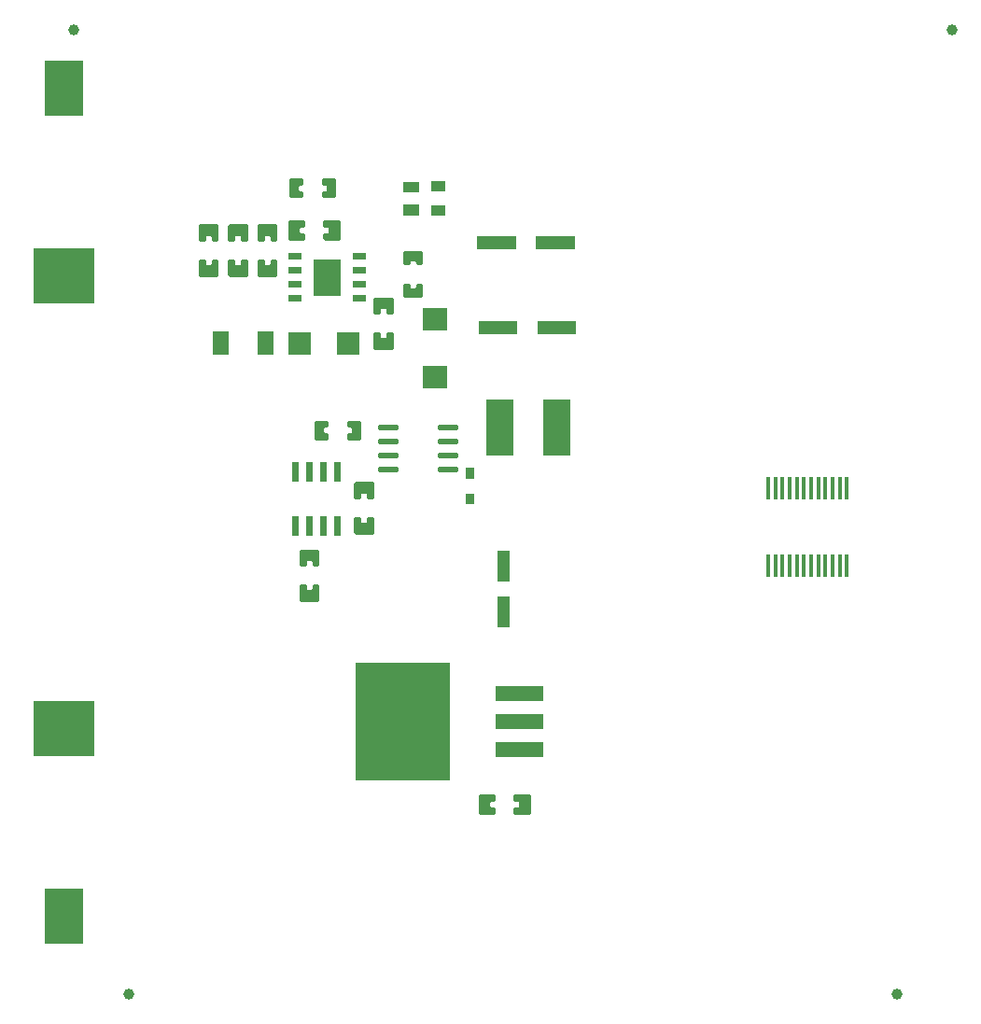
<source format=gtp>
G04 Layer: TopPasteMaskLayer*
G04 EasyEDA Pro v1.6.32, 2022-10-17 22:27:42*
G04 Gerber Generator version 0.3*
G04 Scale: 100 percent, Rotated: No, Reflected: No*
G04 Dimensions in millimeters*
G04 Leading zeros omitted, absolute positions, 4 integers and 2 decimals*
G04 Panelize: V-CUT, Column: 1, Row: 1, Board Size: 99.693mm x 90.043mm, Panelized Board Size: 99.693mm x 95.438mm, Panelized Method: Only Board Outline*
%FSLAX42Y42*%
%MOMM*%
%ADD10C,1.000001*%
%ADD11C,0.00508*%
%ADD12O,0.364007X2.082013*%
%ADD13O,1.88722X0.57404*%
G75*


G04 Panelize Start*
G54D10*
G01X-4639Y-130D03*
G01X3330Y-130D03*
G01X-4139Y-8874D03*
G01X2830Y-8874D03*
G04 Panelize End*

G04 PolygonModel Start*
G36*
G01X-1487Y-2257D02*
G01X-1523Y-2257D01*
G01X-1533Y-2247D01*
G01Y-2226D01*
G01X-1543Y-2216D01*
G01X-1581D01*
G01X-1591Y-2226D01*
G01Y-2247D01*
G01X-1601Y-2257D01*
G01X-1637D01*
G01X-1647Y-2247D01*
G01Y-2147D01*
G01X-1637Y-2137D01*
G01X-1487D01*
G01X-1477Y-2147D01*
G01Y-2247D01*
G01X-1487Y-2257D01*
G37*
G54D11*
G01X-1487Y-2257D02*
G01X-1523Y-2257D01*
G01X-1533Y-2247D01*
G01Y-2226D01*
G01X-1543Y-2216D01*
G01X-1581D01*
G01X-1591Y-2226D01*
G01Y-2247D01*
G01X-1601Y-2257D01*
G01X-1637D01*
G01X-1647Y-2247D01*
G01Y-2147D01*
G01X-1637Y-2137D01*
G01X-1487D01*
G01X-1477Y-2147D01*
G01Y-2247D01*
G01X-1487Y-2257D01*
G36*
G01X-1487Y-2432D02*
G01X-1523Y-2432D01*
G01X-1533Y-2442D01*
G01Y-2464D01*
G01X-1543Y-2474D01*
G01X-1581D01*
G01X-1591Y-2464D01*
G01Y-2442D01*
G01X-1601Y-2432D01*
G01X-1637D01*
G01X-1647Y-2442D01*
G01Y-2543D01*
G01X-1637Y-2553D01*
G01X-1487D01*
G01X-1477Y-2543D01*
G01Y-2442D01*
G01X-1487Y-2432D01*
G37*
G01X-1487Y-2432D02*
G01X-1523Y-2432D01*
G01X-1533Y-2442D01*
G01Y-2464D01*
G01X-1543Y-2474D01*
G01X-1581D01*
G01X-1591Y-2464D01*
G01Y-2442D01*
G01X-1601Y-2432D01*
G01X-1637D01*
G01X-1647Y-2442D01*
G01Y-2543D01*
G01X-1637Y-2553D01*
G01X-1487D01*
G01X-1477Y-2543D01*
G01Y-2442D01*
G01X-1487Y-2432D01*
G36*
G01X-1752Y-2703D02*
G01X-1789Y-2703D01*
G01X-1799Y-2693D01*
G01Y-2663D01*
G01X-1809Y-2653D01*
G01X-1848D01*
G01X-1858Y-2663D01*
G01Y-2693D01*
G01X-1868Y-2703D01*
G01X-1905D01*
G01X-1915Y-2693D01*
G01Y-2565D01*
G01X-1905Y-2555D01*
G01X-1752D01*
G01X-1742Y-2565D01*
G01Y-2693D01*
G01X-1752Y-2703D01*
G37*
G01X-1752Y-2703D02*
G01X-1789Y-2703D01*
G01X-1799Y-2693D01*
G01Y-2663D01*
G01X-1809Y-2653D01*
G01X-1848D01*
G01X-1858Y-2663D01*
G01Y-2693D01*
G01X-1868Y-2703D01*
G01X-1905D01*
G01X-1915Y-2693D01*
G01Y-2565D01*
G01X-1905Y-2555D01*
G01X-1752D01*
G01X-1742Y-2565D01*
G01Y-2693D01*
G01X-1752Y-2703D01*
G36*
G01X-1752Y-2873D02*
G01X-1789Y-2873D01*
G01X-1799Y-2883D01*
G01Y-2914D01*
G01X-1809Y-2924D01*
G01X-1848D01*
G01X-1858Y-2914D01*
G01Y-2883D01*
G01X-1868Y-2873D01*
G01X-1905D01*
G01X-1915Y-2883D01*
G01Y-3012D01*
G01X-1905Y-3022D01*
G01X-1752D01*
G01X-1742Y-3012D01*
G01Y-2883D01*
G01X-1752Y-2873D01*
G37*
G01X-1752Y-2873D02*
G01X-1789Y-2873D01*
G01X-1799Y-2883D01*
G01Y-2914D01*
G01X-1809Y-2924D01*
G01X-1848D01*
G01X-1858Y-2914D01*
G01Y-2883D01*
G01X-1868Y-2873D01*
G01X-1905D01*
G01X-1915Y-2883D01*
G01Y-3012D01*
G01X-1905Y-3022D01*
G01X-1752D01*
G01X-1742Y-3012D01*
G01Y-2883D01*
G01X-1752Y-2873D01*
G36*
G01X-2959Y-2212D02*
G01X-2922Y-2212D01*
G01X-2912Y-2222D01*
G01Y-2252D01*
G01X-2902Y-2262D01*
G01X-2864D01*
G01X-2854Y-2252D01*
G01Y-2222D01*
G01X-2844Y-2212D01*
G01X-2806D01*
G01X-2796Y-2222D01*
G01Y-2350D01*
G01X-2806Y-2360D01*
G01X-2959D01*
G01X-2969Y-2350D01*
G01Y-2222D01*
G01X-2959Y-2212D01*
G37*
G01X-2959Y-2212D02*
G01X-2922Y-2212D01*
G01X-2912Y-2222D01*
G01Y-2252D01*
G01X-2902Y-2262D01*
G01X-2864D01*
G01X-2854Y-2252D01*
G01Y-2222D01*
G01X-2844Y-2212D01*
G01X-2806D01*
G01X-2796Y-2222D01*
G01Y-2350D01*
G01X-2806Y-2360D01*
G01X-2959D01*
G01X-2969Y-2350D01*
G01Y-2222D01*
G01X-2959Y-2212D01*
G36*
G01X-2959Y-2042D02*
G01X-2922Y-2042D01*
G01X-2912Y-2032D01*
G01Y-2001D01*
G01X-2902Y-1991D01*
G01X-2864D01*
G01X-2854Y-2001D01*
G01Y-2032D01*
G01X-2844Y-2042D01*
G01X-2806D01*
G01X-2796Y-2032D01*
G01Y-1903D01*
G01X-2806Y-1893D01*
G01X-2959D01*
G01X-2969Y-1903D01*
G01Y-2032D01*
G01X-2959Y-2042D01*
G37*
G01X-2959Y-2042D02*
G01X-2922Y-2042D01*
G01X-2912Y-2032D01*
G01Y-2001D01*
G01X-2902Y-1991D01*
G01X-2864D01*
G01X-2854Y-2001D01*
G01Y-2032D01*
G01X-2844Y-2042D01*
G01X-2806D01*
G01X-2796Y-2032D01*
G01Y-1903D01*
G01X-2806Y-1893D01*
G01X-2959D01*
G01X-2969Y-1903D01*
G01Y-2032D01*
G01X-2959Y-2042D01*
G36*
G01X-2542Y-1867D02*
G01X-2542Y-1904D01*
G01X-2552Y-1914D01*
G01X-2582D01*
G01X-2592Y-1924D01*
G01Y-1962D01*
G01X-2582Y-1972D01*
G01X-2552D01*
G01X-2542Y-1982D01*
G01Y-2020D01*
G01X-2552Y-2030D01*
G01X-2680D01*
G01X-2690Y-2020D01*
G01Y-1867D01*
G01X-2680Y-1857D01*
G01X-2552D01*
G01X-2542Y-1867D01*
G37*
G01X-2542Y-1867D02*
G01X-2542Y-1904D01*
G01X-2552Y-1914D01*
G01X-2582D01*
G01X-2592Y-1924D01*
G01Y-1962D01*
G01X-2582Y-1972D01*
G01X-2552D01*
G01X-2542Y-1982D01*
G01Y-2020D01*
G01X-2552Y-2030D01*
G01X-2680D01*
G01X-2690Y-2020D01*
G01Y-1867D01*
G01X-2680Y-1857D01*
G01X-2552D01*
G01X-2542Y-1867D01*
G36*
G01X-2372Y-1867D02*
G01X-2372Y-1904D01*
G01X-2362Y-1914D01*
G01X-2331D01*
G01X-2321Y-1924D01*
G01Y-1962D01*
G01X-2331Y-1972D01*
G01X-2362D01*
G01X-2372Y-1982D01*
G01Y-2020D01*
G01X-2362Y-2030D01*
G01X-2233D01*
G01X-2223Y-2020D01*
G01Y-1867D01*
G01X-2233Y-1857D01*
G01X-2362D01*
G01X-2372Y-1867D01*
G37*
G01X-2372Y-1867D02*
G01X-2372Y-1904D01*
G01X-2362Y-1914D01*
G01X-2331D01*
G01X-2321Y-1924D01*
G01Y-1962D01*
G01X-2331Y-1972D01*
G01X-2362D01*
G01X-2372Y-1982D01*
G01Y-2020D01*
G01X-2362Y-2030D01*
G01X-2233D01*
G01X-2223Y-2020D01*
G01Y-1867D01*
G01X-2233Y-1857D01*
G01X-2362D01*
G01X-2372Y-1867D01*
G36*
G01X-3493Y-2212D02*
G01X-3456Y-2212D01*
G01X-3446Y-2222D01*
G01Y-2252D01*
G01X-3436Y-2262D01*
G01X-3397D01*
G01X-3387Y-2252D01*
G01Y-2222D01*
G01X-3377Y-2212D01*
G01X-3340D01*
G01X-3330Y-2222D01*
G01Y-2350D01*
G01X-3340Y-2360D01*
G01X-3493D01*
G01X-3503Y-2350D01*
G01Y-2222D01*
G01X-3493Y-2212D01*
G37*
G01X-3493Y-2212D02*
G01X-3456Y-2212D01*
G01X-3446Y-2222D01*
G01Y-2252D01*
G01X-3436Y-2262D01*
G01X-3397D01*
G01X-3387Y-2252D01*
G01Y-2222D01*
G01X-3377Y-2212D01*
G01X-3340D01*
G01X-3330Y-2222D01*
G01Y-2350D01*
G01X-3340Y-2360D01*
G01X-3493D01*
G01X-3503Y-2350D01*
G01Y-2222D01*
G01X-3493Y-2212D01*
G36*
G01X-3493Y-2042D02*
G01X-3456Y-2042D01*
G01X-3446Y-2032D01*
G01Y-2001D01*
G01X-3436Y-1991D01*
G01X-3397D01*
G01X-3387Y-2001D01*
G01Y-2032D01*
G01X-3377Y-2042D01*
G01X-3340D01*
G01X-3330Y-2032D01*
G01Y-1903D01*
G01X-3340Y-1893D01*
G01X-3493D01*
G01X-3503Y-1903D01*
G01Y-2032D01*
G01X-3493Y-2042D01*
G37*
G01X-3493Y-2042D02*
G01X-3456Y-2042D01*
G01X-3446Y-2032D01*
G01Y-2001D01*
G01X-3436Y-1991D01*
G01X-3397D01*
G01X-3387Y-2001D01*
G01Y-2032D01*
G01X-3377Y-2042D01*
G01X-3340D01*
G01X-3330Y-2032D01*
G01Y-1903D01*
G01X-3340Y-1893D01*
G01X-3493D01*
G01X-3503Y-1903D01*
G01Y-2032D01*
G01X-3493Y-2042D01*
G36*
G01X-3226Y-2212D02*
G01X-3189Y-2212D01*
G01X-3179Y-2222D01*
G01Y-2252D01*
G01X-3169Y-2262D01*
G01X-3130D01*
G01X-3120Y-2252D01*
G01Y-2222D01*
G01X-3110Y-2212D01*
G01X-3073D01*
G01X-3063Y-2222D01*
G01Y-2350D01*
G01X-3073Y-2360D01*
G01X-3226D01*
G01X-3236Y-2350D01*
G01Y-2222D01*
G01X-3226Y-2212D01*
G37*
G01X-3226Y-2212D02*
G01X-3189Y-2212D01*
G01X-3179Y-2222D01*
G01Y-2252D01*
G01X-3169Y-2262D01*
G01X-3130D01*
G01X-3120Y-2252D01*
G01Y-2222D01*
G01X-3110Y-2212D01*
G01X-3073D01*
G01X-3063Y-2222D01*
G01Y-2350D01*
G01X-3073Y-2360D01*
G01X-3226D01*
G01X-3236Y-2350D01*
G01Y-2222D01*
G01X-3226Y-2212D01*
G36*
G01X-3226Y-2042D02*
G01X-3189Y-2042D01*
G01X-3179Y-2032D01*
G01Y-2001D01*
G01X-3169Y-1991D01*
G01X-3130D01*
G01X-3120Y-2001D01*
G01Y-2032D01*
G01X-3110Y-2042D01*
G01X-3073D01*
G01X-3063Y-2032D01*
G01Y-1903D01*
G01X-3073Y-1893D01*
G01X-3226D01*
G01X-3236Y-1903D01*
G01Y-2032D01*
G01X-3226Y-2042D01*
G37*
G01X-3226Y-2042D02*
G01X-3189Y-2042D01*
G01X-3179Y-2032D01*
G01Y-2001D01*
G01X-3169Y-1991D01*
G01X-3130D01*
G01X-3120Y-2001D01*
G01Y-2032D01*
G01X-3110Y-2042D01*
G01X-3073D01*
G01X-3063Y-2032D01*
G01Y-1903D01*
G01X-3073Y-1893D01*
G01X-3226D01*
G01X-3236Y-1903D01*
G01Y-2032D01*
G01X-3226Y-2042D01*
G36*
G01X-2559Y-1487D02*
G01X-2559Y-1523D01*
G01X-2569Y-1533D01*
G01X-2591D01*
G01X-2601Y-1543D01*
G01Y-1581D01*
G01X-2591Y-1591D01*
G01X-2569D01*
G01X-2559Y-1601D01*
G01Y-1637D01*
G01X-2569Y-1647D01*
G01X-2670D01*
G01X-2680Y-1637D01*
G01Y-1487D01*
G01X-2670Y-1477D01*
G01X-2569D01*
G01X-2559Y-1487D01*
G37*
G01X-2559Y-1487D02*
G01X-2559Y-1523D01*
G01X-2569Y-1533D01*
G01X-2591D01*
G01X-2601Y-1543D01*
G01Y-1581D01*
G01X-2591Y-1591D01*
G01X-2569D01*
G01X-2559Y-1601D01*
G01Y-1637D01*
G01X-2569Y-1647D01*
G01X-2670D01*
G01X-2680Y-1637D01*
G01Y-1487D01*
G01X-2670Y-1477D01*
G01X-2569D01*
G01X-2559Y-1487D01*
G36*
G01X-2384Y-1487D02*
G01X-2384Y-1523D01*
G01X-2374Y-1533D01*
G01X-2353D01*
G01X-2343Y-1543D01*
G01Y-1581D01*
G01X-2353Y-1591D01*
G01X-2374D01*
G01X-2384Y-1601D01*
G01Y-1637D01*
G01X-2374Y-1647D01*
G01X-2274D01*
G01X-2264Y-1637D01*
G01Y-1487D01*
G01X-2274Y-1477D01*
G01X-2374D01*
G01X-2384Y-1487D01*
G37*
G01X-2384Y-1487D02*
G01X-2384Y-1523D01*
G01X-2374Y-1533D01*
G01X-2353D01*
G01X-2343Y-1543D01*
G01Y-1581D01*
G01X-2353Y-1591D01*
G01X-2374D01*
G01X-2384Y-1601D01*
G01Y-1637D01*
G01X-2374Y-1647D01*
G01X-2274D01*
G01X-2264Y-1637D01*
G01Y-1487D01*
G01X-2274Y-1477D01*
G01X-2374D01*
G01X-2384Y-1487D01*
G36*
G01X-816Y-7074D02*
G01X-816Y-7111D01*
G01X-826Y-7121D01*
G01X-856D01*
G01X-866Y-7131D01*
G01Y-7169D01*
G01X-856Y-7179D01*
G01X-826D01*
G01X-816Y-7189D01*
G01Y-7227D01*
G01X-826Y-7237D01*
G01X-954D01*
G01X-964Y-7227D01*
G01Y-7074D01*
G01X-954Y-7064D01*
G01X-826D01*
G01X-816Y-7074D01*
G37*
G01X-816Y-7074D02*
G01X-816Y-7111D01*
G01X-826Y-7121D01*
G01X-856D01*
G01X-866Y-7131D01*
G01Y-7169D01*
G01X-856Y-7179D01*
G01X-826D01*
G01X-816Y-7189D01*
G01Y-7227D01*
G01X-826Y-7237D01*
G01X-954D01*
G01X-964Y-7227D01*
G01Y-7074D01*
G01X-954Y-7064D01*
G01X-826D01*
G01X-816Y-7074D01*
G36*
G01X-646Y-7074D02*
G01X-646Y-7111D01*
G01X-636Y-7121D01*
G01X-605D01*
G01X-595Y-7131D01*
G01Y-7169D01*
G01X-605Y-7179D01*
G01X-636D01*
G01X-646Y-7189D01*
G01Y-7227D01*
G01X-636Y-7237D01*
G01X-507D01*
G01X-497Y-7227D01*
G01Y-7074D01*
G01X-507Y-7064D01*
G01X-636D01*
G01X-646Y-7074D01*
G37*
G01X-646Y-7074D02*
G01X-646Y-7111D01*
G01X-636Y-7121D01*
G01X-605D01*
G01X-595Y-7131D01*
G01Y-7169D01*
G01X-605Y-7179D01*
G01X-636D01*
G01X-646Y-7189D01*
G01Y-7227D01*
G01X-636Y-7237D01*
G01X-507D01*
G01X-497Y-7227D01*
G01Y-7074D01*
G01X-507Y-7064D01*
G01X-636D01*
G01X-646Y-7074D01*
G36*
G01X-2331Y-3684D02*
G01X-2331Y-3720D01*
G01X-2341Y-3730D01*
G01X-2362D01*
G01X-2372Y-3740D01*
G01Y-3778D01*
G01X-2362Y-3788D01*
G01X-2341D01*
G01X-2331Y-3798D01*
G01Y-3834D01*
G01X-2341Y-3844D01*
G01X-2442D01*
G01X-2452Y-3834D01*
G01Y-3684D01*
G01X-2442Y-3674D01*
G01X-2341D01*
G01X-2331Y-3684D01*
G37*
G01X-2331Y-3684D02*
G01X-2331Y-3720D01*
G01X-2341Y-3730D01*
G01X-2362D01*
G01X-2372Y-3740D01*
G01Y-3778D01*
G01X-2362Y-3788D01*
G01X-2341D01*
G01X-2331Y-3798D01*
G01Y-3834D01*
G01X-2341Y-3844D01*
G01X-2442D01*
G01X-2452Y-3834D01*
G01Y-3684D01*
G01X-2442Y-3674D01*
G01X-2341D01*
G01X-2331Y-3684D01*
G36*
G01X-2156Y-3684D02*
G01X-2156Y-3720D01*
G01X-2146Y-3730D01*
G01X-2125D01*
G01X-2115Y-3740D01*
G01Y-3778D01*
G01X-2125Y-3788D01*
G01X-2146D01*
G01X-2156Y-3798D01*
G01Y-3834D01*
G01X-2146Y-3844D01*
G01X-2045D01*
G01X-2035Y-3834D01*
G01Y-3684D01*
G01X-2045Y-3674D01*
G01X-2146D01*
G01X-2156Y-3684D01*
G37*
G01X-2156Y-3684D02*
G01X-2156Y-3720D01*
G01X-2146Y-3730D01*
G01X-2125D01*
G01X-2115Y-3740D01*
G01Y-3778D01*
G01X-2125Y-3788D01*
G01X-2146D01*
G01X-2156Y-3798D01*
G01Y-3834D01*
G01X-2146Y-3844D01*
G01X-2045D01*
G01X-2035Y-3834D01*
G01Y-3684D01*
G01X-2045Y-3674D01*
G01X-2146D01*
G01X-2156Y-3684D01*
G36*
G01X-1930Y-4379D02*
G01X-1967Y-4379D01*
G01X-1977Y-4369D01*
G01Y-4338D01*
G01X-1987Y-4328D01*
G01X-2026D01*
G01X-2036Y-4338D01*
G01Y-4369D01*
G01X-2046Y-4379D01*
G01X-2083D01*
G01X-2093Y-4369D01*
G01Y-4240D01*
G01X-2083Y-4230D01*
G01X-1930D01*
G01X-1920Y-4240D01*
G01Y-4369D01*
G01X-1930Y-4379D01*
G37*
G01X-1930Y-4379D02*
G01X-1967Y-4379D01*
G01X-1977Y-4369D01*
G01Y-4338D01*
G01X-1987Y-4328D01*
G01X-2026D01*
G01X-2036Y-4338D01*
G01Y-4369D01*
G01X-2046Y-4379D01*
G01X-2083D01*
G01X-2093Y-4369D01*
G01Y-4240D01*
G01X-2083Y-4230D01*
G01X-1930D01*
G01X-1920Y-4240D01*
G01Y-4369D01*
G01X-1930Y-4379D01*
G36*
G01X-1930Y-4549D02*
G01X-1967Y-4549D01*
G01X-1977Y-4559D01*
G01Y-4589D01*
G01X-1987Y-4599D01*
G01X-2026D01*
G01X-2036Y-4589D01*
G01Y-4559D01*
G01X-2046Y-4549D01*
G01X-2083D01*
G01X-2093Y-4559D01*
G01Y-4687D01*
G01X-2083Y-4697D01*
G01X-1930D01*
G01X-1920Y-4687D01*
G01Y-4559D01*
G01X-1930Y-4549D01*
G37*
G01X-1930Y-4549D02*
G01X-1967Y-4549D01*
G01X-1977Y-4559D01*
G01Y-4589D01*
G01X-1987Y-4599D01*
G01X-2026D01*
G01X-2036Y-4589D01*
G01Y-4559D01*
G01X-2046Y-4549D01*
G01X-2083D01*
G01X-2093Y-4559D01*
G01Y-4687D01*
G01X-2083Y-4697D01*
G01X-1930D01*
G01X-1920Y-4687D01*
G01Y-4559D01*
G01X-1930Y-4549D01*
G36*
G01X-2425Y-4989D02*
G01X-2463Y-4989D01*
G01X-2473Y-4979D01*
G01Y-4949D01*
G01X-2483Y-4939D01*
G01X-2521D01*
G01X-2531Y-4949D01*
G01Y-4979D01*
G01X-2541Y-4989D01*
G01X-2578D01*
G01X-2588Y-4979D01*
G01Y-4851D01*
G01X-2578Y-4841D01*
G01X-2425D01*
G01X-2415Y-4851D01*
G01Y-4979D01*
G01X-2425Y-4989D01*
G37*
G01X-2425Y-4989D02*
G01X-2463Y-4989D01*
G01X-2473Y-4979D01*
G01Y-4949D01*
G01X-2483Y-4939D01*
G01X-2521D01*
G01X-2531Y-4949D01*
G01Y-4979D01*
G01X-2541Y-4989D01*
G01X-2578D01*
G01X-2588Y-4979D01*
G01Y-4851D01*
G01X-2578Y-4841D01*
G01X-2425D01*
G01X-2415Y-4851D01*
G01Y-4979D01*
G01X-2425Y-4989D01*
G36*
G01X-2425Y-5159D02*
G01X-2463Y-5159D01*
G01X-2473Y-5169D01*
G01Y-5200D01*
G01X-2483Y-5210D01*
G01X-2521D01*
G01X-2531Y-5200D01*
G01Y-5169D01*
G01X-2541Y-5159D01*
G01X-2578D01*
G01X-2588Y-5169D01*
G01Y-5298D01*
G01X-2578Y-5308D01*
G01X-2425D01*
G01X-2415Y-5298D01*
G01Y-5169D01*
G01X-2425Y-5159D01*
G37*
G01X-2425Y-5159D02*
G01X-2463Y-5159D01*
G01X-2473Y-5169D01*
G01Y-5200D01*
G01X-2483Y-5210D01*
G01X-2521D01*
G01X-2531Y-5200D01*
G01Y-5169D01*
G01X-2541Y-5159D01*
G01X-2578D01*
G01X-2588Y-5169D01*
G01Y-5298D01*
G01X-2578Y-5308D01*
G01X-2425D01*
G01X-2415Y-5298D01*
G01Y-5169D01*
G01X-2425Y-5159D01*
G04 PolygonModel End*

G04 Pad Start*
G36*
G01X-376Y-6725D02*
G01X-376Y-6585D01*
G01X-806D01*
G01Y-6725D01*
G01X-376D01*
G37*
G36*
G01X-376Y-6217D02*
G01X-376Y-6077D01*
G01X-806D01*
G01Y-6217D01*
G01X-376D01*
G37*
G36*
G01X-1221Y-6936D02*
G01X-1221Y-5866D01*
G01X-2081D01*
G01Y-6936D01*
G01X-1221D01*
G37*
G36*
G01X-376Y-6471D02*
G01X-376Y-6331D01*
G01X-806D01*
G01Y-6471D01*
G01X-376D01*
G37*
G54D12*
G01X2377Y-4286D03*
G01X2312Y-4286D03*
G01X2247Y-4286D03*
G01X2182Y-4286D03*
G01X2117Y-4286D03*
G01X2052Y-4286D03*
G01X1987Y-4286D03*
G01X1922Y-4286D03*
G01X1857Y-4286D03*
G01X1792Y-4286D03*
G01X1727Y-4286D03*
G01X1662Y-4286D03*
G01X2377Y-4985D03*
G01X2312Y-4985D03*
G01X2247Y-4985D03*
G01X2182Y-4985D03*
G01X2117Y-4985D03*
G01X2052Y-4985D03*
G01X1987Y-4985D03*
G01X1922Y-4985D03*
G01X1857Y-4985D03*
G01X1792Y-4985D03*
G01X1727Y-4985D03*
G01X1662Y-4985D03*
G36*
G01X-2106Y-2595D02*
G01X-1986Y-2595D01*
G01Y-2535D01*
G01X-2106D01*
G01Y-2595D01*
G37*
G36*
G01X-2106Y-2468D02*
G01X-1986Y-2468D01*
G01Y-2408D01*
G01X-2106D01*
G01Y-2468D01*
G37*
G36*
G01X-2106Y-2341D02*
G01X-1986Y-2341D01*
G01Y-2281D01*
G01X-2106D01*
G01Y-2341D01*
G37*
G36*
G01X-2106Y-2214D02*
G01X-1986Y-2214D01*
G01Y-2154D01*
G01X-2106D01*
G01Y-2214D01*
G37*
G36*
G01X-2688Y-2214D02*
G01X-2568Y-2214D01*
G01Y-2154D01*
G01X-2688D01*
G01Y-2214D01*
G37*
G36*
G01X-2688Y-2341D02*
G01X-2568Y-2341D01*
G01Y-2281D01*
G01X-2688D01*
G01Y-2341D01*
G37*
G36*
G01X-2688Y-2468D02*
G01X-2568Y-2468D01*
G01Y-2408D01*
G01X-2688D01*
G01Y-2468D01*
G37*
G36*
G01X-2688Y-2595D02*
G01X-2568Y-2595D01*
G01Y-2535D01*
G01X-2688D01*
G01Y-2595D01*
G37*
G36*
G01X-2217Y-2210D02*
G01X-2457Y-2210D01*
G01Y-2540D01*
G01X-2217D01*
G01Y-2210D01*
G37*
G36*
G01X-2246Y-2872D02*
G01X-2246Y-3072D01*
G01X-2046D01*
G01Y-2872D01*
G01X-2246D01*
G37*
G36*
G01X-2686Y-2872D02*
G01X-2686Y-3072D01*
G01X-2486D01*
G01Y-2872D01*
G01X-2686D01*
G37*
G36*
G01X-2966Y-2866D02*
G01X-2966Y-3078D01*
G01X-2826D01*
G01Y-2866D01*
G01X-2966D01*
G37*
G36*
G01X-3371Y-2866D02*
G01X-3371Y-3078D01*
G01X-3232D01*
G01Y-2866D01*
G01X-3371D01*
G37*
G36*
G01X-1270Y-1496D02*
G01X-1395Y-1496D01*
G01Y-1596D01*
G01X-1270D01*
G01Y-1496D01*
G37*
G36*
G01X-1270Y-1716D02*
G01X-1395Y-1716D01*
G01Y-1816D01*
G01X-1270D01*
G01Y-1716D01*
G37*
G36*
G01X-1505Y-1505D02*
G01X-1645Y-1505D01*
G01Y-1605D01*
G01X-1505D01*
G01Y-1505D01*
G37*
G36*
G01X-1505Y-1715D02*
G01X-1645Y-1715D01*
G01Y-1815D01*
G01X-1505D01*
G01Y-1715D01*
G37*
G36*
G01X-2405Y-4540D02*
G01X-2405Y-4720D01*
G01X-2345D01*
G01Y-4540D01*
G01X-2405D01*
G37*
G36*
G01X-2278Y-4540D02*
G01X-2278Y-4720D01*
G01X-2218D01*
G01Y-4540D01*
G01X-2278D01*
G37*
G36*
G01X-2532Y-4540D02*
G01X-2532Y-4720D01*
G01X-2472D01*
G01Y-4540D01*
G01X-2532D01*
G37*
G36*
G01X-2659Y-4540D02*
G01X-2659Y-4720D01*
G01X-2599D01*
G01Y-4540D01*
G01X-2659D01*
G37*
G36*
G01X-2218Y-4230D02*
G01X-2218Y-4050D01*
G01X-2278D01*
G01Y-4230D01*
G01X-2218D01*
G37*
G36*
G01X-2345Y-4230D02*
G01X-2345Y-4050D01*
G01X-2405D01*
G01Y-4230D01*
G01X-2345D01*
G37*
G36*
G01X-2472Y-4230D02*
G01X-2472Y-4050D01*
G01X-2532D01*
G01Y-4230D01*
G01X-2472D01*
G37*
G36*
G01X-2599Y-4230D02*
G01X-2599Y-4050D01*
G01X-2659D01*
G01Y-4230D01*
G01X-2599D01*
G37*
G54D13*
G01X-1781Y-3734D03*
G01X-1781Y-3861D03*
G01X-1781Y-3988D03*
G01X-1781Y-4115D03*
G01X-1241Y-3734D03*
G01X-1241Y-3861D03*
G01X-1241Y-3988D03*
G01X-1241Y-4115D03*
G36*
G01X-1079Y-4197D02*
G01X-1004Y-4197D01*
G01Y-4097D01*
G01X-1079D01*
G01Y-4197D01*
G37*
G36*
G01X-1079Y-4431D02*
G01X-1004Y-4431D01*
G01Y-4332D01*
G01X-1079D01*
G01Y-4431D01*
G37*
G36*
G01X-651Y-3985D02*
G01X-651Y-3483D01*
G01X-898D01*
G01Y-3985D01*
G01X-651D01*
G37*
G36*
G01X-130Y-3985D02*
G01X-130Y-3483D01*
G01X-378D01*
G01Y-3985D01*
G01X-130D01*
G37*
G36*
G01X-976Y-1997D02*
G01X-976Y-2117D01*
G01X-626D01*
G01Y-1997D01*
G01X-976D01*
G37*
G36*
G01X-442Y-1997D02*
G01X-442Y-2117D01*
G01X-92D01*
G01Y-1997D01*
G01X-442D01*
G37*
G36*
G01X-963Y-2772D02*
G01X-963Y-2892D01*
G01X-613D01*
G01Y-2772D01*
G01X-963D01*
G37*
G36*
G01X-429Y-2772D02*
G01X-429Y-2892D01*
G01X-79D01*
G01Y-2772D01*
G01X-429D01*
G37*
G36*
G01X-682Y-4851D02*
G01X-792Y-4851D01*
G01Y-5131D01*
G01X-682D01*
G01Y-4851D01*
G37*
G36*
G01X-682Y-5271D02*
G01X-792Y-5271D01*
G01Y-5551D01*
G01X-682D01*
G01Y-5271D01*
G37*
G36*
G01X-4999Y-6715D02*
G01X-4449Y-6715D01*
G01Y-6215D01*
G01X-4999D01*
G01Y-6715D01*
G37*
G36*
G01X-4899Y-8415D02*
G01X-4549Y-8415D01*
G01Y-7915D01*
G01X-4899D01*
G01Y-8415D01*
G37*
G36*
G01X-4449Y-2111D02*
G01X-4999Y-2111D01*
G01Y-2611D01*
G01X-4449D01*
G01Y-2111D01*
G37*
G36*
G01X-4549Y-411D02*
G01X-4899Y-411D01*
G01Y-911D01*
G01X-4549D01*
G01Y-411D01*
G37*
G36*
G01X-1471Y-3377D02*
G01X-1247Y-3377D01*
G01Y-3172D01*
G01X-1471D01*
G01Y-3377D01*
G37*
G36*
G01X-1471Y-2858D02*
G01X-1247Y-2858D01*
G01Y-2654D01*
G01X-1471D01*
G01Y-2858D01*
G37*
G04 Pad End*

M02*

</source>
